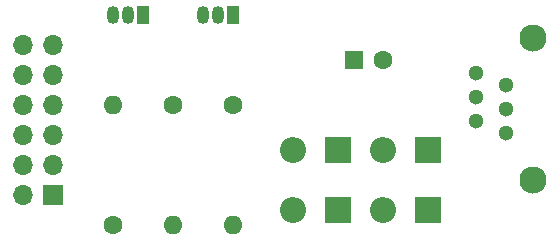
<source format=gbr>
%TF.GenerationSoftware,KiCad,Pcbnew,7.0.7*%
%TF.CreationDate,2023-08-26T11:09:01+02:00*%
%TF.ProjectId,slimme_meter_pmod,736c696d-6d65-45f6-9d65-7465725f706d,rev?*%
%TF.SameCoordinates,Original*%
%TF.FileFunction,Soldermask,Top*%
%TF.FilePolarity,Negative*%
%FSLAX46Y46*%
G04 Gerber Fmt 4.6, Leading zero omitted, Abs format (unit mm)*
G04 Created by KiCad (PCBNEW 7.0.7) date 2023-08-26 11:09:01*
%MOMM*%
%LPD*%
G01*
G04 APERTURE LIST*
%ADD10R,2.200000X2.200000*%
%ADD11O,2.200000X2.200000*%
%ADD12R,1.600000X1.600000*%
%ADD13C,1.600000*%
%ADD14R,1.050000X1.500000*%
%ADD15O,1.050000X1.500000*%
%ADD16R,1.700000X1.700000*%
%ADD17O,1.700000X1.700000*%
%ADD18O,1.600000X1.600000*%
%ADD19C,2.300000*%
%ADD20C,1.300000*%
G04 APERTURE END LIST*
D10*
%TO.C,D2*%
X130810000Y-64770000D03*
D11*
X127000000Y-64770000D03*
%TD*%
%TO.C,D4*%
X119380000Y-69850000D03*
D10*
X123190000Y-69850000D03*
%TD*%
%TO.C,D3*%
X123190000Y-64770000D03*
D11*
X119380000Y-64770000D03*
%TD*%
D10*
%TO.C,D1*%
X130810000Y-69850000D03*
D11*
X127000000Y-69850000D03*
%TD*%
D12*
%TO.C,C1*%
X124500000Y-57150000D03*
D13*
X127000000Y-57150000D03*
%TD*%
D14*
%TO.C,Q1*%
X106680000Y-53340000D03*
D15*
X105410000Y-53340000D03*
X104140000Y-53340000D03*
%TD*%
D14*
%TO.C,Q2*%
X114300000Y-53340000D03*
D15*
X113030000Y-53340000D03*
X111760000Y-53340000D03*
%TD*%
D16*
%TO.C,J2*%
X99060000Y-68580000D03*
D17*
X96520000Y-68580000D03*
X99060000Y-66040000D03*
X96520000Y-66040000D03*
X99060000Y-63500000D03*
X96520000Y-63500000D03*
X99060000Y-60960000D03*
X96520000Y-60960000D03*
X99060000Y-58420000D03*
X96520000Y-58420000D03*
X99060000Y-55880000D03*
X96520000Y-55880000D03*
%TD*%
D13*
%TO.C,R2*%
X109220000Y-60960000D03*
D18*
X109220000Y-71120000D03*
%TD*%
D13*
%TO.C,R3*%
X114300000Y-60960000D03*
D18*
X114300000Y-71120000D03*
%TD*%
D13*
%TO.C,R1*%
X104140000Y-71120000D03*
D18*
X104140000Y-60960000D03*
%TD*%
D19*
%TO.C,J1*%
X139700000Y-55310000D03*
X139700000Y-67310000D03*
D20*
X134860000Y-58250000D03*
X137400000Y-59270000D03*
X134860000Y-60290000D03*
X137400000Y-61310000D03*
X134860000Y-62330000D03*
X137400000Y-63350000D03*
%TD*%
M02*

</source>
